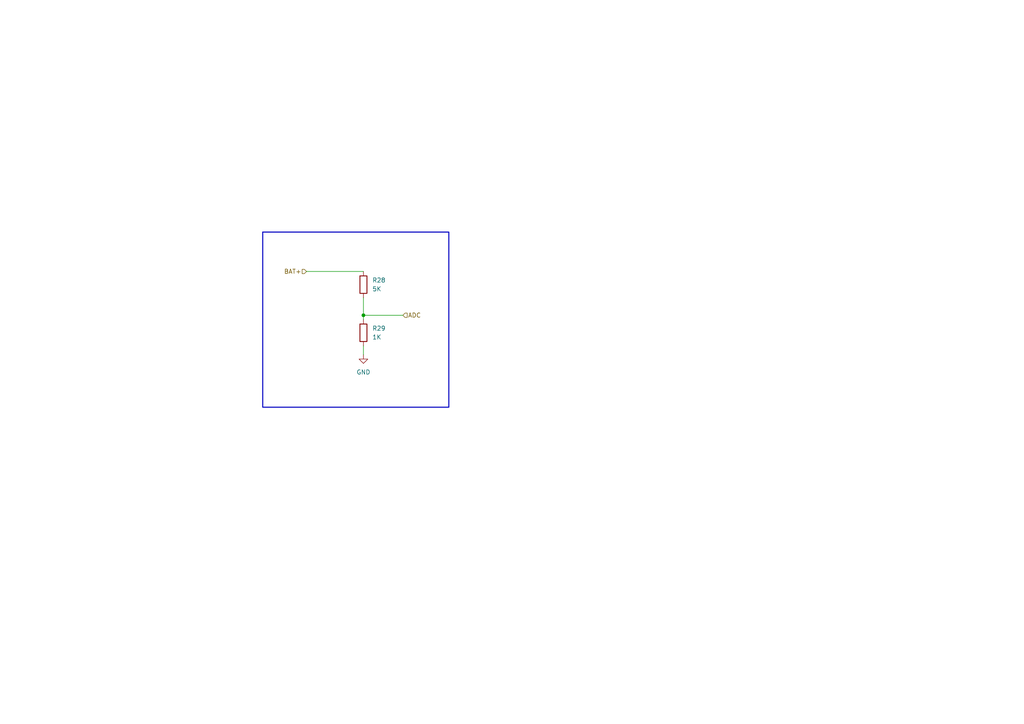
<source format=kicad_sch>
(kicad_sch (version 20231120) (generator "eeschema") (generator_version "8.0")
  (paper "A4")
  (lib_symbols
    (symbol "Device:R" (pin_numbers hide) (pin_names (offset 0))
      (property "Reference" "R" (at 2.032 0 90))
      (property "Value" "R" (at 0 0 90))
      (symbol "R_0_1"
        (rectangle (start -1.016 -2.54) (end 1.016 2.54) (stroke (width 0.254)))
      )
      (symbol "R_1_1"
        (pin passive line (at 0 3.81 270) (length 1.27) (name "~") (number "1"))
        (pin passive line (at 0 -3.81 90) (length 1.27) (name "~") (number "2"))
      )
    )
    (symbol "power:GND" (power) (pin_names (offset 0))
      (property "Value" "GND" (at 0 -3.81 0))
      (symbol "GND_0_1"
        (polyline (pts (xy 0 0) (xy 0 -1.27) (xy 1.27 -1.27) (xy 0 -2.54) (xy -1.27 -1.27) (xy 0 -1.27)))
      )
      (symbol "GND_1_1"
        (pin power_in line (at 0 0 270) (length 0) hide (name "GND") (number "1"))
      )
    )
  )
  (junction (at 105.41 91.44))
  (wire (pts (xy 105.41 92.71) (xy 105.41 91.44)))
  (wire (pts (xy 105.41 86.36) (xy 105.41 91.44)))
  (wire (pts (xy 105.41 91.44) (xy 116.84 91.44)))
  (wire (pts (xy 105.41 100.33) (xy 105.41 102.87)))
  (wire (pts (xy 88.9 78.74) (xy 105.41 78.74)))
  (rectangle (start 76.2 67.31) (end 130.175 118.11) (stroke (width 0.3)))
  (hierarchical_label "ADC" (shape input) (at 116.84 91.44 0))
  (hierarchical_label "BAT+" (shape input) (at 88.9 78.74 180))
  (symbol (lib_id "Device:R") (at 105.41 82.55 0) (unit 1)
    (property "Reference" "R28" (at 107.95 81.2799 0) (effects (justify left)))
    (property "Value" "5K" (at 107.95 83.8199 0) (effects (justify left)))
    (property "Footprint" "Resistor_SMD:R_0402_1005Metric" (effects (hide yes)))
    (property "DigiKey" "  13-RC0402FR-075KLTR-ND" (effects (hide yes)))
    (instances (project "RP2350_60QFN_minimal" (path "" (reference "R28") (unit 1))) (project "RP2350_60QFN_minimal" (path "" (reference "R?") (unit 1))))
  )
  (symbol (lib_id "power:GND") (at 105.41 102.87 0) (unit 1)
    (property "Reference" "#PWR061" (effects (hide yes)))
    (property "Value" "GND" (at 105.41 107.95 0))
    (instances (project "RP2350_60QFN_minimal" (path "" (reference "#PWR061") (unit 1))) (project "RP2350_60QFN_minimal" (path "" (reference "#PWR?") (unit 1))))
  )
  (symbol (lib_id "Device:R") (at 105.41 96.52 0) (unit 1)
    (property "Reference" "R29" (at 107.95 95.2499 0) (effects (justify left)))
    (property "Value" "1K" (at 107.95 97.7899 0) (effects (justify left)))
    (property "Footprint" "Resistor_SMD:R_0402_1005Metric" (effects (hide yes)))
    (property "DigiKey" "  311-1.0KJRTR-ND" (effects (hide yes)))
    (instances (project "RP2350_60QFN_minimal" (path "" (reference "R29") (unit 1))) (project "RP2350_60QFN_minimal" (path "" (reference "R?") (unit 1))))
  )
)
</source>
